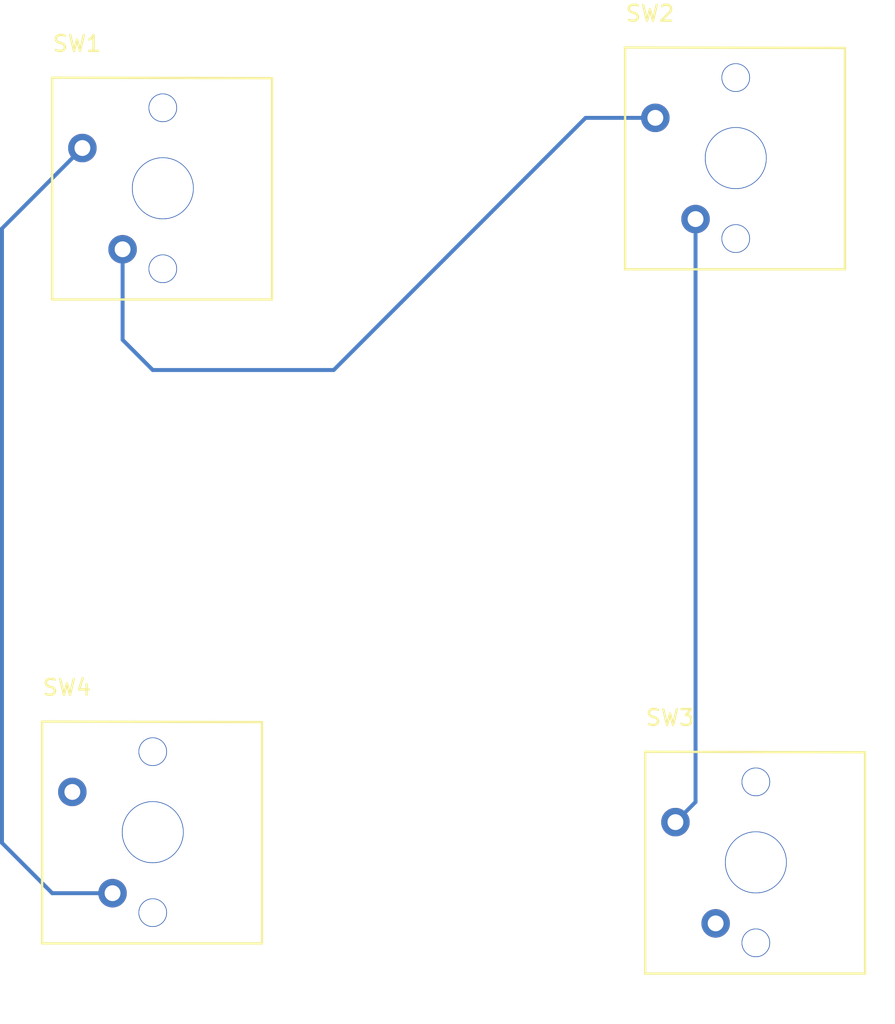
<source format=kicad_pcb>
(kicad_pcb (version 4) (host pcbnew 4.0.5)

  (general
    (links 3)
    (no_connects 0)
    (area 107.059999 70.5 161.911668 135.5)
    (thickness 1.6)
    (drawings 0)
    (tracks 11)
    (zones 0)
    (modules 4)
    (nets 6)
  )

  (page A4)
  (layers
    (0 F.Cu signal)
    (31 B.Cu signal)
    (32 B.Adhes user)
    (33 F.Adhes user)
    (34 B.Paste user)
    (35 F.Paste user)
    (36 B.SilkS user)
    (37 F.SilkS user)
    (38 B.Mask user)
    (39 F.Mask user)
    (40 Dwgs.User user)
    (41 Cmts.User user)
    (42 Eco1.User user)
    (43 Eco2.User user)
    (44 Edge.Cuts user)
    (45 Margin user)
    (46 B.CrtYd user)
    (47 F.CrtYd user)
    (48 B.Fab user)
    (49 F.Fab user)
  )

  (setup
    (last_trace_width 0.25)
    (trace_clearance 0.2)
    (zone_clearance 0.508)
    (zone_45_only no)
    (trace_min 0.2)
    (segment_width 0.2)
    (edge_width 0.15)
    (via_size 0.6)
    (via_drill 0.4)
    (via_min_size 0.4)
    (via_min_drill 0.3)
    (uvia_size 0.3)
    (uvia_drill 0.1)
    (uvias_allowed no)
    (uvia_min_size 0.2)
    (uvia_min_drill 0.1)
    (pcb_text_width 0.3)
    (pcb_text_size 1.5 1.5)
    (mod_edge_width 0.15)
    (mod_text_size 1 1)
    (mod_text_width 0.15)
    (pad_size 1.524 1.524)
    (pad_drill 0.762)
    (pad_to_mask_clearance 0.2)
    (aux_axis_origin 0 0)
    (visible_elements FFFFFF7F)
    (pcbplotparams
      (layerselection 0x00030_80000001)
      (usegerberextensions false)
      (excludeedgelayer true)
      (linewidth 0.100000)
      (plotframeref false)
      (viasonmask false)
      (mode 1)
      (useauxorigin false)
      (hpglpennumber 1)
      (hpglpenspeed 20)
      (hpglpendiameter 15)
      (hpglpenoverlay 2)
      (psnegative false)
      (psa4output false)
      (plotreference true)
      (plotvalue true)
      (plotinvisibletext false)
      (padsonsilk false)
      (subtractmaskfromsilk false)
      (outputformat 1)
      (mirror false)
      (drillshape 1)
      (scaleselection 1)
      (outputdirectory ""))
  )

  (net 0 "")
  (net 1 "Net-(SW1-Pad1)")
  (net 2 "Net-(SW1-Pad2)")
  (net 3 "Net-(SW2-Pad2)")
  (net 4 "Net-(SW3-Pad2)")
  (net 5 "Net-(SW4-Pad1)")

  (net_class Default "This is the default net class."
    (clearance 0.2)
    (trace_width 0.25)
    (via_dia 0.6)
    (via_drill 0.4)
    (uvia_dia 0.3)
    (uvia_drill 0.1)
    (add_net "Net-(SW1-Pad1)")
    (add_net "Net-(SW1-Pad2)")
    (add_net "Net-(SW2-Pad2)")
    (add_net "Net-(SW3-Pad2)")
    (add_net "Net-(SW4-Pad1)")
  )

  (module "KiCad Libraries:Keyboard-Tactile-Switch" (layer F.Cu) (tedit 58C53F18) (tstamp 58C544E8)
    (at 115.57 82.55)
    (path /58C56057)
    (fp_text reference SW1 (at -5.42 -9.17) (layer F.SilkS)
      (effects (font (size 1 1) (thickness 0.15)))
    )
    (fp_text value switch_matrix_key (at 2.01 9.33) (layer F.Fab)
      (effects (font (size 1 1) (thickness 0.15)))
    )
    (fp_line (start -7.43 -7.55) (end -7.6 -7.27) (layer F.Mask) (width 0.15))
    (fp_line (start -7.49 -7.49) (end 7.29 -7.49) (layer F.Mask) (width 0.15))
    (fp_line (start 7.29 -7.49) (end 7.29 7.48) (layer F.Mask) (width 0.15))
    (fp_line (start 7.29 7.48) (end -7.43 7.48) (layer F.Mask) (width 0.15))
    (fp_line (start -7.43 7.48) (end -7.43 -7.55) (layer F.Mask) (width 0.15))
    (fp_line (start -7.01 -7.02) (end 6.9 -6.99) (layer F.SilkS) (width 0.15))
    (fp_line (start 6.9 -6.99) (end 6.9 6.98) (layer F.SilkS) (width 0.15))
    (fp_line (start 6.9 6.98) (end -6.99 6.98) (layer F.SilkS) (width 0.15))
    (fp_line (start -6.99 6.98) (end -6.99 -6.96) (layer F.SilkS) (width 0.15))
    (pad 10 thru_hole circle (at 0 -5.12) (size 1.8 1.8) (drill 1.7) (layers *.Cu *.Mask))
    (pad 1 thru_hole circle (at -5.08 -2.58) (size 1.8 1.8) (drill 1) (layers *.Cu *.Mask)
      (net 1 "Net-(SW1-Pad1)"))
    (pad 10 thru_hole circle (at 0 -0.04) (size 3.9 3.9) (drill 3.8) (layers *.Cu *.Mask))
    (pad 2 thru_hole circle (at -2.54 3.81) (size 1.8 1.8) (drill 1) (layers *.Cu *.Mask)
      (net 2 "Net-(SW1-Pad2)"))
    (pad 10 thru_hole circle (at 0 5.04) (size 1.8 1.8) (drill 1.7) (layers *.Cu *.Mask))
  )

  (module "KiCad Libraries:Keyboard-Tactile-Switch" (layer F.Cu) (tedit 58C53F18) (tstamp 58C544FA)
    (at 151.765 80.645)
    (path /58C560E1)
    (fp_text reference SW2 (at -5.42 -9.17) (layer F.SilkS)
      (effects (font (size 1 1) (thickness 0.15)))
    )
    (fp_text value switch_matrix_key (at 2.01 9.33) (layer F.Fab)
      (effects (font (size 1 1) (thickness 0.15)))
    )
    (fp_line (start -7.43 -7.55) (end -7.6 -7.27) (layer F.Mask) (width 0.15))
    (fp_line (start -7.49 -7.49) (end 7.29 -7.49) (layer F.Mask) (width 0.15))
    (fp_line (start 7.29 -7.49) (end 7.29 7.48) (layer F.Mask) (width 0.15))
    (fp_line (start 7.29 7.48) (end -7.43 7.48) (layer F.Mask) (width 0.15))
    (fp_line (start -7.43 7.48) (end -7.43 -7.55) (layer F.Mask) (width 0.15))
    (fp_line (start -7.01 -7.02) (end 6.9 -6.99) (layer F.SilkS) (width 0.15))
    (fp_line (start 6.9 -6.99) (end 6.9 6.98) (layer F.SilkS) (width 0.15))
    (fp_line (start 6.9 6.98) (end -6.99 6.98) (layer F.SilkS) (width 0.15))
    (fp_line (start -6.99 6.98) (end -6.99 -6.96) (layer F.SilkS) (width 0.15))
    (pad 10 thru_hole circle (at 0 -5.12) (size 1.8 1.8) (drill 1.7) (layers *.Cu *.Mask))
    (pad 1 thru_hole circle (at -5.08 -2.58) (size 1.8 1.8) (drill 1) (layers *.Cu *.Mask)
      (net 2 "Net-(SW1-Pad2)"))
    (pad 10 thru_hole circle (at 0 -0.04) (size 3.9 3.9) (drill 3.8) (layers *.Cu *.Mask))
    (pad 2 thru_hole circle (at -2.54 3.81) (size 1.8 1.8) (drill 1) (layers *.Cu *.Mask)
      (net 3 "Net-(SW2-Pad2)"))
    (pad 10 thru_hole circle (at 0 5.04) (size 1.8 1.8) (drill 1.7) (layers *.Cu *.Mask))
  )

  (module "KiCad Libraries:Keyboard-Tactile-Switch" (layer F.Cu) (tedit 58C53F18) (tstamp 58C5450C)
    (at 153.035 125.095)
    (path /58C56111)
    (fp_text reference SW3 (at -5.42 -9.17) (layer F.SilkS)
      (effects (font (size 1 1) (thickness 0.15)))
    )
    (fp_text value switch_matrix_key (at 2.01 9.33) (layer F.Fab)
      (effects (font (size 1 1) (thickness 0.15)))
    )
    (fp_line (start -7.43 -7.55) (end -7.6 -7.27) (layer F.Mask) (width 0.15))
    (fp_line (start -7.49 -7.49) (end 7.29 -7.49) (layer F.Mask) (width 0.15))
    (fp_line (start 7.29 -7.49) (end 7.29 7.48) (layer F.Mask) (width 0.15))
    (fp_line (start 7.29 7.48) (end -7.43 7.48) (layer F.Mask) (width 0.15))
    (fp_line (start -7.43 7.48) (end -7.43 -7.55) (layer F.Mask) (width 0.15))
    (fp_line (start -7.01 -7.02) (end 6.9 -6.99) (layer F.SilkS) (width 0.15))
    (fp_line (start 6.9 -6.99) (end 6.9 6.98) (layer F.SilkS) (width 0.15))
    (fp_line (start 6.9 6.98) (end -6.99 6.98) (layer F.SilkS) (width 0.15))
    (fp_line (start -6.99 6.98) (end -6.99 -6.96) (layer F.SilkS) (width 0.15))
    (pad 10 thru_hole circle (at 0 -5.12) (size 1.8 1.8) (drill 1.7) (layers *.Cu *.Mask))
    (pad 1 thru_hole circle (at -5.08 -2.58) (size 1.8 1.8) (drill 1) (layers *.Cu *.Mask)
      (net 3 "Net-(SW2-Pad2)"))
    (pad 10 thru_hole circle (at 0 -0.04) (size 3.9 3.9) (drill 3.8) (layers *.Cu *.Mask))
    (pad 2 thru_hole circle (at -2.54 3.81) (size 1.8 1.8) (drill 1) (layers *.Cu *.Mask)
      (net 4 "Net-(SW3-Pad2)"))
    (pad 10 thru_hole circle (at 0 5.04) (size 1.8 1.8) (drill 1.7) (layers *.Cu *.Mask))
  )

  (module "KiCad Libraries:Keyboard-Tactile-Switch" (layer F.Cu) (tedit 58C53F18) (tstamp 58C5451E)
    (at 114.935 123.19)
    (path /58C56166)
    (fp_text reference SW4 (at -5.42 -9.17) (layer F.SilkS)
      (effects (font (size 1 1) (thickness 0.15)))
    )
    (fp_text value switch_matrix_key (at 2.01 9.33) (layer F.Fab)
      (effects (font (size 1 1) (thickness 0.15)))
    )
    (fp_line (start -7.43 -7.55) (end -7.6 -7.27) (layer F.Mask) (width 0.15))
    (fp_line (start -7.49 -7.49) (end 7.29 -7.49) (layer F.Mask) (width 0.15))
    (fp_line (start 7.29 -7.49) (end 7.29 7.48) (layer F.Mask) (width 0.15))
    (fp_line (start 7.29 7.48) (end -7.43 7.48) (layer F.Mask) (width 0.15))
    (fp_line (start -7.43 7.48) (end -7.43 -7.55) (layer F.Mask) (width 0.15))
    (fp_line (start -7.01 -7.02) (end 6.9 -6.99) (layer F.SilkS) (width 0.15))
    (fp_line (start 6.9 -6.99) (end 6.9 6.98) (layer F.SilkS) (width 0.15))
    (fp_line (start 6.9 6.98) (end -6.99 6.98) (layer F.SilkS) (width 0.15))
    (fp_line (start -6.99 6.98) (end -6.99 -6.96) (layer F.SilkS) (width 0.15))
    (pad 10 thru_hole circle (at 0 -5.12) (size 1.8 1.8) (drill 1.7) (layers *.Cu *.Mask))
    (pad 1 thru_hole circle (at -5.08 -2.58) (size 1.8 1.8) (drill 1) (layers *.Cu *.Mask)
      (net 5 "Net-(SW4-Pad1)"))
    (pad 10 thru_hole circle (at 0 -0.04) (size 3.9 3.9) (drill 3.8) (layers *.Cu *.Mask))
    (pad 2 thru_hole circle (at -2.54 3.81) (size 1.8 1.8) (drill 1) (layers *.Cu *.Mask)
      (net 1 "Net-(SW1-Pad1)"))
    (pad 10 thru_hole circle (at 0 5.04) (size 1.8 1.8) (drill 1.7) (layers *.Cu *.Mask))
  )

  (segment (start 112.395 127) (end 108.585 127) (width 0.25) (layer B.Cu) (net 1) (status 400000))
  (segment (start 105.41 85.05) (end 110.49 79.97) (width 0.25) (layer B.Cu) (net 1) (tstamp 58C54581) (status 800000))
  (segment (start 105.41 123.825) (end 105.41 85.05) (width 0.25) (layer B.Cu) (net 1) (tstamp 58C5457F))
  (segment (start 108.585 127) (end 105.41 123.825) (width 0.25) (layer B.Cu) (net 1) (tstamp 58C5457D))
  (segment (start 113.03 86.36) (end 113.03 92.075) (width 0.25) (layer B.Cu) (net 2) (status 400000))
  (segment (start 142.28 78.065) (end 146.685 78.065) (width 0.25) (layer B.Cu) (net 2) (tstamp 58C5458B) (status 800000))
  (segment (start 126.365 93.98) (end 142.28 78.065) (width 0.25) (layer B.Cu) (net 2) (tstamp 58C54589))
  (segment (start 114.935 93.98) (end 126.365 93.98) (width 0.25) (layer B.Cu) (net 2) (tstamp 58C54587))
  (segment (start 113.03 92.075) (end 114.935 93.98) (width 0.25) (layer B.Cu) (net 2) (tstamp 58C54585))
  (segment (start 149.225 84.455) (end 149.225 121.245) (width 0.25) (layer B.Cu) (net 3) (status 400000))
  (segment (start 149.225 121.245) (end 147.955 122.515) (width 0.25) (layer B.Cu) (net 3) (tstamp 58C5458F) (status 800000))

)

</source>
